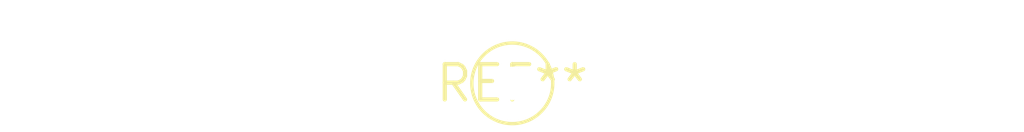
<source format=kicad_pcb>
(kicad_pcb (version 20240108) (generator pcbnew)
  (layers (0 "F.Cu" signal) (31 "B.Cu" signal) (34 "B.Paste" user) (35 "F.Paste" user) (36 "B.SilkS" user "B.Silkscreen") (37 "F.SilkS" user "F.Silkscreen") (38 "B.Mask" user) (39 "F.Mask" user) (44 "Edge.Cuts" user))
  (net 0 "")
  (footprint "TestPoint_THTPad_D2.5mm_Drill1.2mm" (layer "F.Cu") (at 0 0)
    (property "Reference" "REF**")
    (property "Value" "TestPoint_THTPad_D2.5mm_Drill1.2mm")
    (fp_circle (center 0 0) (end 0 1.45) (layer "F.SilkS") (stroke (width 0.12)) (fill none))
    (pad "1" thru_hole circle (at 0 0) (size 2.5 2.5) (drill 1.2) (layers *.Cu *.Mask) (remove_unused_layers))
  )
)
</source>
